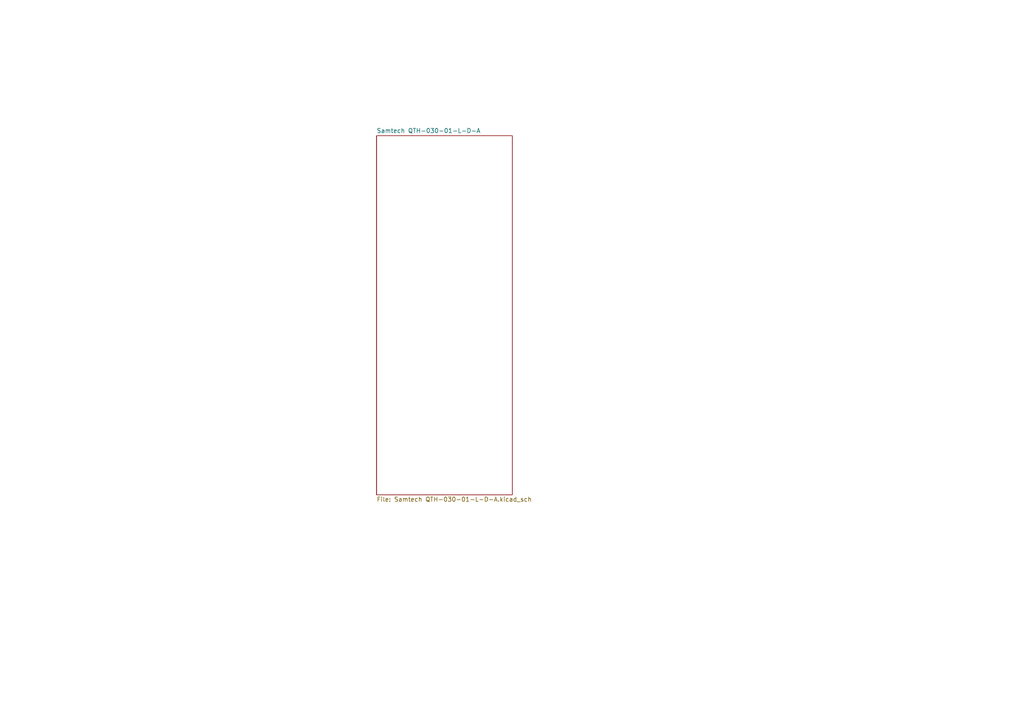
<source format=kicad_sch>
(kicad_sch
	(version 20231120)
	(generator "eeschema")
	(generator_version "8.0")
	(uuid "29514084-7d6b-4b2d-ae64-fedb5ed9fbb4")
	(paper "A4")
	(lib_symbols)
	(sheet
		(at 109.22 39.37)
		(size 39.37 104.14)
		(fields_autoplaced yes)
		(stroke
			(width 0.1524)
			(type solid)
		)
		(fill
			(color 0 0 0 0.0000)
		)
		(uuid "796aabd0-f4e8-41d3-91c3-ffecc3e7199f")
		(property "Sheetname" "Samtech QTH-030-01-L-D-A"
			(at 109.22 38.6584 0)
			(effects
				(font
					(size 1.27 1.27)
				)
				(justify left bottom)
			)
		)
		(property "Sheetfile" "Samtech QTH-030-01-L-D-A.kicad_sch"
			(at 109.22 144.0946 0)
			(effects
				(font
					(size 1.27 1.27)
				)
				(justify left top)
			)
		)
		(instances
			(project "CM4-AWRInterfaceBoard"
				(path "/29514084-7d6b-4b2d-ae64-fedb5ed9fbb4"
					(page "2")
				)
			)
		)
	)
	(sheet_instances
		(path "/"
			(page "1")
		)
	)
)

</source>
